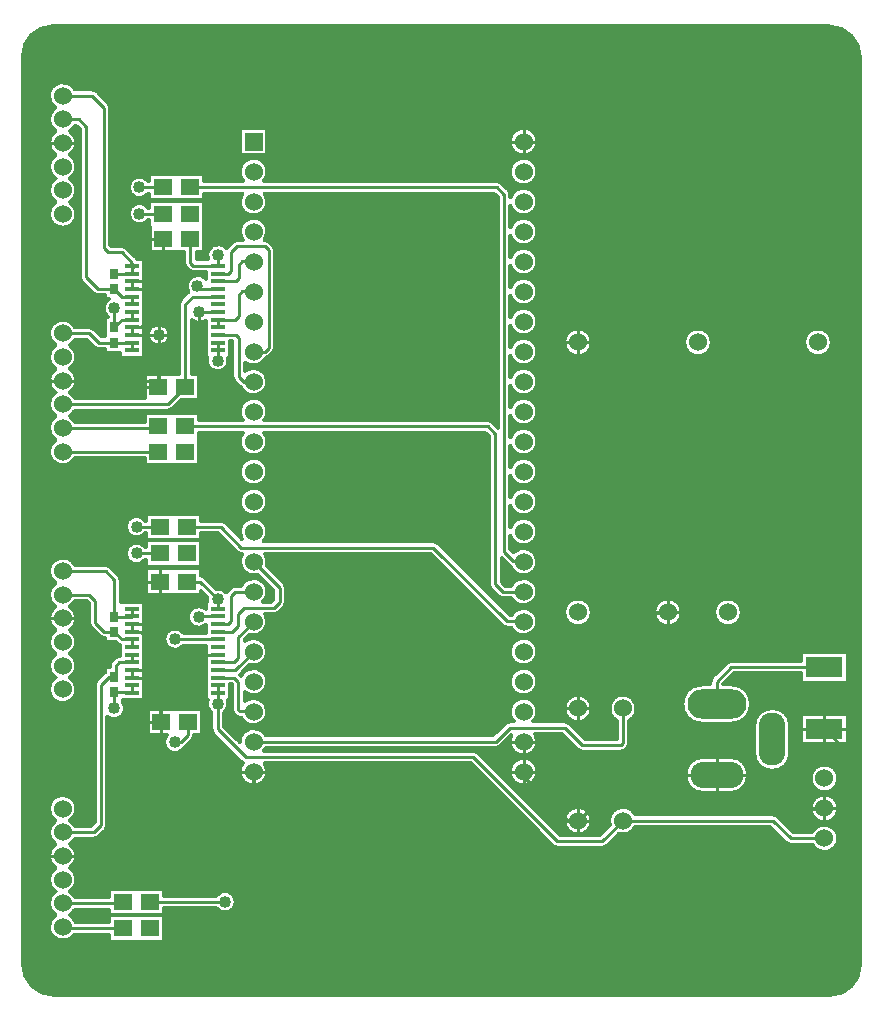
<source format=gbr>
G04 DesignSpark PCB Gerber Version 10.0 Build 5299*
G04 #@! TF.Part,Single*
G04 #@! TF.FileFunction,Copper,L1,Top*
G04 #@! TF.FilePolarity,Positive*
%FSLAX35Y35*%
%MOIN*%
G04 #@! TA.AperFunction,ComponentPad*
%ADD76O,0.08858X0.17717*%
G04 #@! TA.AperFunction,SMDPad,CuDef*
%ADD77R,0.02800X0.03500*%
G04 #@! TA.AperFunction,ComponentPad*
%ADD73R,0.06024X0.06024*%
G04 #@! TD.AperFunction*
%ADD10C,0.01000*%
%ADD27C,0.01200*%
G04 #@! TA.AperFunction,ViaPad*
%ADD28C,0.04000*%
G04 #@! TA.AperFunction,ComponentPad*
%ADD14C,0.06000*%
%ADD72C,0.06024*%
%ADD75O,0.17717X0.08858*%
%ADD74O,0.19685X0.09843*%
G04 #@! TA.AperFunction,SMDPad,CuDef*
%ADD29R,0.04921X0.01575*%
%ADD78R,0.06000X0.05500*%
%ADD79R,0.12402X0.07008*%
G04 #@! TD.AperFunction*
X0Y0D02*
D02*
D10*
X32096Y157982D02*
X37509D01*
X32096D02*
X30620Y159458D01*
Y234754D01*
X33080Y237214D01*
X37509D01*
X35009Y78750D02*
X32909D01*
X35009Y157982D02*
X32909D01*
X35009Y237214D02*
X32909D01*
X35009Y316446D02*
X32909D01*
X37509Y63002D02*
X57124D01*
X57616Y63494D01*
X37509Y78750D02*
X84261D01*
X100994Y95482D01*
Y106761D01*
X101131Y106899D01*
X37509Y78750D02*
X32588D01*
X30620Y80718D01*
Y156506D01*
X32096Y157982D01*
X37509Y165856D02*
X46368D01*
X48336Y163887D01*
Y156506D01*
X51289Y153553D01*
X54644D01*
X54734Y153463D01*
X37509Y221466D02*
X68935D01*
X69427Y221958D01*
X37509Y229340D02*
X72521D01*
X78427Y235246D01*
X37509Y237214D02*
X67458D01*
X69427Y235246D01*
X37509Y316446D02*
X33572D01*
X30620Y313494D01*
Y240167D01*
X33572Y237214D01*
X37509D01*
Y324320D02*
X42923D01*
X45383Y321860D01*
Y271663D01*
X49320Y267726D01*
X54528D01*
X54635Y267833D01*
X37509Y332194D02*
X47352D01*
X51289Y328257D01*
Y284950D01*
X40009Y78750D02*
X42109D01*
X40009Y157982D02*
X42109D01*
X40009Y237214D02*
X42109D01*
X40009Y316446D02*
X42109D01*
X54586Y249871D02*
X49459D01*
X46368Y252962D01*
X37509D01*
X54586Y249871D02*
X60619D01*
X60639Y249891D01*
X54586Y254971D02*
Y261181D01*
X54734Y261328D01*
X54635Y272933D02*
X60629D01*
X60639Y272923D01*
X54734Y133286D02*
Y127962D01*
Y133286D02*
X60433D01*
X60639Y133080D01*
X54734Y138386D02*
X52855D01*
X50305Y135836D01*
Y89084D01*
X47844Y86624D01*
X37509D01*
X54734Y158563D02*
Y170777D01*
X51781Y173730D01*
X37509D01*
X54734Y158563D02*
X60532D01*
X60639Y158671D01*
X57616Y54635D02*
X38002D01*
X37509Y55128D01*
X60639Y135639D02*
Y133080D01*
Y138198D02*
X68120D01*
X69990Y136328D01*
Y123954D01*
X70411Y123533D01*
X60639Y138198D02*
Y140757D01*
X79832D01*
X84754Y145679D01*
X88986D01*
X89183Y145876D01*
X60639Y143317D02*
X56309D01*
X55226Y142234D01*
Y138878D01*
X54734Y138386D01*
X60639Y145876D02*
Y143317D01*
Y148435D02*
Y150994D01*
X57204D01*
X54734Y153463D01*
X60639Y153553D02*
X63592D01*
X65069Y152076D01*
Y141742D01*
X64084Y140757D01*
X60639D01*
Y156112D02*
X67628D01*
X69990Y158474D01*
Y169864D01*
X69919Y169935D01*
Y170285D01*
X60639Y156112D02*
Y153553D01*
Y158671D02*
Y161230D01*
Y249891D02*
Y247332D01*
Y252450D02*
X69478D01*
X69498Y252470D01*
X60639Y255009D02*
Y252450D01*
Y257569D02*
X57184D01*
X54586Y254971D01*
X60639Y260128D02*
Y257569D01*
Y265246D02*
X57223D01*
X54635Y267833D01*
X60639Y265246D02*
Y262687D01*
Y267805D02*
Y270364D01*
Y267805D02*
X64133D01*
X64934Y267004D01*
Y256382D01*
X63685Y255133D01*
X60763D01*
X60639Y255009D01*
Y275482D02*
Y276584D01*
X57194Y280029D01*
X52765D01*
X51289Y281506D01*
Y284950D01*
X60639Y275482D02*
Y272923D01*
X61131Y275108D02*
Y275482D01*
X60639D01*
X62600Y138198D02*
X64698D01*
X62600Y140757D02*
X64698D01*
X62600Y153553D02*
X64698D01*
X62600Y156112D02*
X64698D01*
X62600Y252450D02*
X64698D01*
X62600Y255009D02*
X64698D01*
X62600Y267805D02*
X64698D01*
X62600Y270364D02*
X64698D01*
X63100Y292824D02*
X70903D01*
X63100Y301683D02*
X70903D01*
X66616Y63494D02*
X91643D01*
X66927Y235246D02*
X64828D01*
X67419Y170285D02*
X65320D01*
X67911Y123533D02*
X65813D01*
X67998Y252470D02*
X65898D01*
X68584Y284458D02*
X66486D01*
X69427Y213592D02*
X37509D01*
X69427Y237496D02*
Y239596D01*
Y251907D02*
Y252399D01*
X69498Y252470D01*
Y250970D02*
Y248870D01*
Y252470D02*
Y235317D01*
X69427Y235246D01*
X69498Y253970D02*
Y256070D01*
X69919Y168035D02*
Y165935D01*
Y170285D02*
Y168950D01*
X69990Y168880D01*
X69919Y172535D02*
Y174635D01*
Y179635D02*
X62116D01*
X69919Y188494D02*
X62116D01*
X69970Y252450D02*
X69517D01*
X69498Y252470D01*
X70411Y121283D02*
Y119183D01*
Y123533D02*
Y113269D01*
X73435Y110246D01*
X91151D01*
X94596Y106801D01*
X101033D01*
X101131Y106899D01*
X70411Y125783D02*
Y127883D01*
X70998Y252470D02*
X73098D01*
X71084Y282208D02*
Y280108D01*
Y284458D02*
Y271337D01*
X70172Y270425D01*
X60907D01*
X60846Y270364D01*
X60639D01*
X74911Y116643D02*
X76880D01*
X79340Y119104D01*
Y123462D01*
X79411Y123533D01*
X78427Y221958D02*
X179242D01*
X181702Y219498D01*
Y169301D01*
X184163Y166840D01*
X191072D01*
X191131Y166899D01*
X78427Y235246D02*
Y262817D01*
X80855Y265246D01*
X89183D01*
X78919Y170285D02*
X83277D01*
X89183Y164380D01*
X78919Y188494D02*
X90167D01*
X97057Y181604D01*
X161033D01*
X185639Y156998D01*
X191033D01*
X191131Y156899D01*
X79340Y123462D02*
X79411Y123533D01*
X79903Y301683D02*
X182194D01*
X184655Y299222D01*
Y180128D01*
X187608Y177175D01*
X190856D01*
X191131Y176899D01*
X82982Y258549D02*
Y256449D01*
X87222Y145876D02*
X85124D01*
X88933Y275751D02*
Y275731D01*
X89183Y275482D01*
X89027Y267629D02*
Y267649D01*
X89183Y267805D01*
Y129439D02*
Y133080D01*
Y135639D02*
Y133080D01*
Y138198D02*
X94694D01*
X96072Y136820D01*
Y127470D01*
X96565Y126978D01*
X100718D01*
X100797Y126899D01*
X101131D01*
X89183Y140757D02*
X95088D01*
X96072Y141742D01*
Y141840D01*
X101131Y146899D01*
X89183Y143317D02*
X94694D01*
X96072Y144694D01*
Y151840D01*
X101131Y156899D01*
X89183Y150994D02*
X75009D01*
X74911Y151092D01*
X89183Y153553D02*
X94104D01*
X96072Y155521D01*
Y159458D01*
X98041Y161427D01*
X107883D01*
X109852Y163395D01*
Y168179D01*
X101131Y176899D01*
X89183Y158671D02*
X82982D01*
X82785Y158474D01*
X89183Y164380D02*
Y161230D01*
Y247332D02*
Y243886D01*
Y249891D02*
Y247332D01*
Y252450D02*
X95115D01*
X96174Y251391D01*
Y238579D01*
X97854Y236899D01*
X101131D01*
X89183Y257569D02*
Y255009D01*
Y257569D02*
X94861D01*
X96174Y258881D01*
Y265754D01*
X97424Y267004D01*
X101027D01*
X101131Y266899D01*
X89183Y260128D02*
X83061D01*
X82982Y260049D01*
X89183Y267805D02*
X83502D01*
X82429Y268878D01*
X89183Y270364D02*
X95161D01*
X96174Y271378D01*
Y275751D01*
X97424Y277001D01*
X100608D01*
X100710Y276899D01*
X101131D01*
X89183Y272923D02*
X92721D01*
X93675Y273877D01*
Y280125D01*
X95550Y281999D01*
X104922D01*
X106171Y280750D01*
Y248260D01*
X104811Y246899D01*
X101131D01*
X89183Y275482D02*
X89139Y275526D01*
X81058D01*
X80056Y276528D01*
X80084Y276557D01*
Y284458D01*
X89302Y279143D02*
Y275601D01*
X89183Y275482D01*
X98620Y106899D02*
X96520D01*
X99840Y117206D02*
X100147Y116899D01*
X101131D01*
X100246Y106801D02*
X100344Y106899D01*
X101131D01*
Y104387D02*
Y102287D01*
Y116899D02*
X181958D01*
X186624Y121565D01*
X204832D01*
X210738Y115659D01*
X223533D01*
X224261Y116387D01*
Y127962D01*
X101131Y116899D02*
Y117135D01*
Y166899D02*
Y166840D01*
X95088D01*
X93612Y165364D01*
Y156998D01*
X92628Y156013D01*
X89281D01*
X89183Y156112D01*
X103643Y106899D02*
X105743D01*
X188620D02*
X186520D01*
X188620Y116899D02*
X186520D01*
X188620Y316899D02*
X186520D01*
X191131Y104387D02*
Y102287D01*
Y106899D02*
Y105246D01*
X205817Y90561D01*
X209261D01*
X191131Y109411D02*
Y111511D01*
Y114387D02*
Y112287D01*
Y314387D02*
Y312287D01*
Y316899D02*
X203887D01*
X209261Y311525D01*
Y250009D01*
X191131Y319411D02*
Y321511D01*
X191624Y316407D02*
X191131Y316899D01*
X193643Y106899D02*
X195743D01*
X193643Y116899D02*
X195743D01*
X193643Y316899D02*
X195743D01*
X206761Y90561D02*
X204661D01*
X206761Y127962D02*
X204661D01*
X206761Y250009D02*
X204661D01*
X209261Y88061D02*
Y85961D01*
Y90561D02*
X224517Y105817D01*
X255521D01*
X209261Y93061D02*
Y95161D01*
Y125462D02*
Y123362D01*
Y127962D02*
Y139281D01*
X229931Y159950D01*
X239202D01*
X239261Y160009D01*
X209261Y130462D02*
Y132562D01*
Y247509D02*
Y245409D01*
Y250009D02*
X232883D01*
X239281Y243612D01*
Y162943D01*
X239261Y162923D01*
Y160009D01*
X209261Y252509D02*
Y254609D01*
X211761Y90561D02*
X213861D01*
X211761Y127962D02*
X213861D01*
X211761Y250009D02*
X213861D01*
X224261Y90561D02*
X217372Y83671D01*
X202372D01*
X174320Y111722D01*
X98533D01*
X89183Y121072D01*
Y129439D01*
X224261Y90561D02*
X274222D01*
X280128Y84655D01*
X291446D01*
X236761Y160009D02*
X234661D01*
X239261Y157509D02*
Y155409D01*
Y162509D02*
Y164609D01*
X241761Y160009D02*
X243861D01*
X247163Y105817D02*
X245065D01*
X255521Y101887D02*
Y99789D01*
Y105817D02*
X271761D01*
X283080Y94498D01*
X291112D01*
X291269Y94655D01*
X291446D01*
X255521Y109746D02*
Y111844D01*
Y129439D02*
Y136820D01*
X260443Y141742D01*
X290423D01*
X290462Y141702D01*
X291446D01*
X263880Y105817D02*
X265978D01*
X285746Y121112D02*
X283647D01*
X288946Y94655D02*
X286846D01*
X291446Y92155D02*
Y90055D01*
Y94655D02*
X295541D01*
X296860Y95974D01*
Y115698D01*
X291446Y121112D01*
Y97155D02*
Y99255D01*
Y118108D02*
Y116009D01*
Y124116D02*
Y126214D01*
X293946Y94655D02*
X296046D01*
X297147Y121112D02*
X299246D01*
D02*
D14*
X37509Y55128D03*
Y63002D03*
Y70876D03*
Y78750D03*
Y86624D03*
Y94498D03*
Y134360D03*
Y142234D03*
Y150108D03*
Y157982D03*
Y165856D03*
Y173730D03*
Y213592D03*
Y221466D03*
Y229340D03*
Y237214D03*
Y245088D03*
Y252962D03*
Y292824D03*
Y300698D03*
Y308572D03*
Y316446D03*
Y324320D03*
Y332194D03*
X209261Y90561D03*
Y127962D03*
Y160009D03*
Y250009D03*
X224261Y90561D03*
Y127962D03*
X239261Y160009D03*
X249261Y250009D03*
X259261Y160009D03*
X289261Y250009D03*
X291446Y84655D03*
Y94655D03*
Y104655D03*
D02*
D27*
X303257Y42332D02*
Y344990D01*
G75*
G03*
X292923Y355324I-10335J0D01*
G01*
X34065D01*
G75*
G03*
X24222Y345482I0J-9843D01*
G01*
Y42824D01*
G75*
G03*
X34557Y32490I10335J0D01*
G01*
X293415D01*
G75*
G03*
X303257Y42332I0J9843D01*
G01*
X186755Y298354D02*
G75*
G02*
X195743Y296899I4376J-1455D01*
G01*
G75*
G02*
X186755Y295444I-4612J0D01*
G01*
Y288354D01*
G75*
G02*
X195743Y286899I4376J-1455D01*
G01*
G75*
G02*
X186755Y285444I-4612J0D01*
G01*
Y278354D01*
G75*
G02*
X195743Y276899I4376J-1455D01*
G01*
G75*
G02*
X186755Y275444I-4612J0D01*
G01*
Y268354D01*
G75*
G02*
X195743Y266899I4376J-1455D01*
G01*
G75*
G02*
X186755Y265444I-4612J0D01*
G01*
Y258354D01*
G75*
G02*
X195743Y256899I4376J-1455D01*
G01*
G75*
G02*
X186755Y255444I-4612J0D01*
G01*
Y248354D01*
G75*
G02*
X195743Y246899I4376J-1455D01*
G01*
G75*
G02*
X186755Y245444I-4612J0D01*
G01*
Y238354D01*
G75*
G02*
X195743Y236899I4376J-1455D01*
G01*
G75*
G02*
X186755Y235444I-4612J0D01*
G01*
Y228354D01*
G75*
G02*
X195743Y226899I4376J-1455D01*
G01*
G75*
G02*
X186755Y225444I-4612J0D01*
G01*
Y218354D01*
G75*
G02*
X195743Y216899I4376J-1455D01*
G01*
G75*
G02*
X186755Y215444I-4612J0D01*
G01*
Y208354D01*
G75*
G02*
X195743Y206899I4376J-1455D01*
G01*
G75*
G02*
X186755Y205444I-4612J0D01*
G01*
Y198354D01*
G75*
G02*
X195743Y196899I4376J-1455D01*
G01*
G75*
G02*
X186755Y195444I-4612J0D01*
G01*
Y188354D01*
G75*
G02*
X195743Y186899I4376J-1455D01*
G01*
G75*
G02*
X186755Y185444I-4612J0D01*
G01*
Y180997D01*
X187734Y180018D01*
G75*
G02*
X195743Y176899I3397J-3119D01*
G01*
G75*
G02*
X186835Y175222I-4612J0D01*
G01*
G75*
G02*
X186123Y175690I772J1953D01*
G01*
X183802Y178011D01*
Y170170D01*
X185033Y168940D01*
X186996D01*
G75*
G02*
X195743Y166899I4135J-2041D01*
G01*
G75*
G02*
X187056Y164740I-4612J0D01*
G01*
X184165D01*
G75*
G02*
X182678Y165355I-3J2100D01*
G01*
X180217Y167816D01*
G75*
G02*
X179602Y169301I1485J1485D01*
G01*
Y218628D01*
X178372Y219858D01*
X104669D01*
G75*
G02*
X105743Y216899I-3537J-2959D01*
G01*
G75*
G02*
X96520I-4612J0D01*
G01*
G75*
G02*
X97594Y219858I4612J0D01*
G01*
X83025D01*
Y209242D01*
X64828D01*
Y211492D01*
X41602D01*
G75*
G02*
X32909Y213592I-4093J2100D01*
G01*
G75*
G02*
X35130Y217529I4600J0D01*
G01*
G75*
G02*
Y225403I2379J3937D01*
G01*
G75*
G02*
Y233277I2379J3937D01*
G01*
G75*
G02*
Y241151I2379J3937D01*
G01*
G75*
G02*
Y249025I2379J3937D01*
G01*
G75*
G02*
X32909Y252962I2379J3937D01*
G01*
G75*
G02*
X41602Y255062I4600J0D01*
G01*
X46365D01*
G75*
G02*
X47853Y254447I3J-2100D01*
G01*
X50329Y251971D01*
X51586D01*
Y258320D01*
X52486D01*
Y258516D01*
G75*
G02*
X52997Y264482I2248J2812D01*
G01*
X51635D01*
Y265626D01*
X49323D01*
G75*
G02*
X47835Y266241I-3J2100D01*
G01*
X43898Y270178D01*
G75*
G02*
X43283Y271663I1485J1485D01*
G01*
Y320990D01*
X42053Y322220D01*
X41602D01*
G75*
G02*
X39889Y320383I-4093J2100D01*
G01*
G75*
G02*
Y312509I-2379J-3937D01*
G01*
G75*
G02*
Y304635I-2379J-3937D01*
G01*
G75*
G02*
Y296761I-2379J-3937D01*
G01*
G75*
G02*
X42109Y292824I-2379J-3937D01*
G01*
G75*
G02*
X32909I-4600J0D01*
G01*
G75*
G02*
X35130Y296761I4600J0D01*
G01*
G75*
G02*
Y304635I2379J3937D01*
G01*
G75*
G02*
Y312509I2379J3937D01*
G01*
G75*
G02*
Y320383I2379J3937D01*
G01*
G75*
G02*
Y328257I2379J3937D01*
G01*
G75*
G02*
X32909Y332194I2379J3937D01*
G01*
G75*
G02*
X41602Y334294I4600J0D01*
G01*
X47350D01*
G75*
G02*
X48837Y333680I3J-2100D01*
G01*
X52774Y329743D01*
G75*
G02*
X53389Y328257I-1485J-1485D01*
G01*
Y282375D01*
X53635Y282129D01*
X57192D01*
G75*
G02*
X58680Y281514I3J-2100D01*
G01*
X62124Y278069D01*
G75*
G02*
X62302Y277868I-1486J-1485D01*
G01*
X64698D01*
Y244946D01*
X56580D01*
Y246521D01*
X51586D01*
Y247771D01*
X49461D01*
G75*
G02*
X47974Y248386I-3J2100D01*
G01*
X45498Y250862D01*
X41602D01*
G75*
G02*
X39889Y249025I-4093J2100D01*
G01*
G75*
G02*
Y241151I-2379J-3937D01*
G01*
G75*
G02*
Y233277I-2379J-3937D01*
G01*
G75*
G02*
X41602Y231440I-2379J-3937D01*
G01*
X64828D01*
Y239596D01*
X76327D01*
Y262817D01*
G75*
G02*
X76942Y264302I2100J0D01*
G01*
X79370Y266731D01*
G75*
G02*
X79472Y266826I1487J-1490D01*
G01*
G75*
G02*
X85124Y271265I2957J2053D01*
G01*
Y273426D01*
X81061D01*
G75*
G02*
X79573Y274041I-3J2100D01*
G01*
X78583Y275031D01*
G75*
G02*
X77956Y276528I1473J1496D01*
G01*
G75*
G02*
X77984Y276873I2102J0D01*
G01*
Y280108D01*
X66486D01*
Y288474D01*
X66305D01*
Y290724D01*
X66024D01*
G75*
G02*
X59500Y292824I-2924J2100D01*
G01*
G75*
G02*
X66024Y294924I3600J0D01*
G01*
X66305D01*
Y297175D01*
X84502D01*
Y288809D01*
X84683D01*
Y280108D01*
X82184D01*
Y277626D01*
X85124D01*
Y277868D01*
X85935D01*
G75*
G02*
X92056Y281462I3367J1276D01*
G01*
G75*
G02*
X92190Y281610I1620J-1338D01*
G01*
X94065Y283484D01*
G75*
G02*
X95552Y284099I1485J-1485D01*
G01*
X97467D01*
G75*
G02*
X96520Y286899I3665J2800D01*
G01*
G75*
G02*
X105743I4612J0D01*
G01*
G75*
G02*
X104796Y284099I-4612J0D01*
G01*
X104919D01*
G75*
G02*
X106407Y283484I3J-2100D01*
G01*
X107656Y282235D01*
G75*
G02*
X108271Y280750I-1485J-1485D01*
G01*
Y248260D01*
G75*
G02*
X107656Y246775I-2100J0D01*
G01*
X106296Y245414D01*
G75*
G02*
X105262Y244848I-1485J1485D01*
G01*
G75*
G02*
X98274Y243279I-4131J2051D01*
G01*
Y240519D01*
G75*
G02*
X105743Y236899I2857J-3620D01*
G01*
G75*
G02*
X96921Y235018I-4612J0D01*
G01*
G75*
G02*
X96366Y235417I934J1881D01*
G01*
X94693Y237091D01*
G75*
G02*
X94074Y238579I1482J1488D01*
G01*
Y250350D01*
X93242D01*
Y244946D01*
X92623D01*
G75*
G02*
X92783Y243886I-3440J-1061D01*
G01*
G75*
G02*
X85583I-3600J0D01*
G01*
G75*
G02*
X85743Y244946I3600J-1D01*
G01*
X85124D01*
Y257155D01*
G75*
G02*
X80527Y257416I-2142J2894D01*
G01*
Y239596D01*
X83025D01*
Y230895D01*
X77046D01*
X74006Y227855D01*
G75*
G02*
X72519Y227240I-1485J1485D01*
G01*
X41602D01*
G75*
G02*
X39889Y225403I-4093J2100D01*
G01*
G75*
G02*
X41602Y223566I-2379J-3937D01*
G01*
X64828D01*
Y226309D01*
X83025D01*
Y224058D01*
X97498D01*
G75*
G02*
X96520Y226899I3633J2841D01*
G01*
G75*
G02*
X105743I4612J0D01*
G01*
G75*
G02*
X104765Y224058I-4612J0D01*
G01*
X179239D01*
G75*
G02*
X180727Y223443I3J-2100D01*
G01*
X182555Y221615D01*
Y298352D01*
X181325Y299583D01*
X104882D01*
G75*
G02*
X105743Y296899I-3751J-2683D01*
G01*
G75*
G02*
X96520I-4612J0D01*
G01*
G75*
G02*
X97381Y299583I4612J0D01*
G01*
X84502D01*
Y297332D01*
X66305D01*
Y299583D01*
X66024D01*
G75*
G02*
X59500Y301683I-2924J2100D01*
G01*
G75*
G02*
X66024Y303783I3600J0D01*
G01*
X66305D01*
Y306033D01*
X84502D01*
Y303783D01*
X97732D01*
G75*
G02*
X96520Y306899I3400J3116D01*
G01*
G75*
G02*
X105743I4612J0D01*
G01*
G75*
G02*
X104531Y303783I-4612J0D01*
G01*
X182192D01*
G75*
G02*
X183680Y303168I3J-2100D01*
G01*
X186140Y300707D01*
G75*
G02*
X186755Y299222I-1485J-1485D01*
G01*
Y298354D01*
X287354Y86755D02*
G75*
G02*
X296046Y84655I4093J-2100D01*
G01*
G75*
G02*
X287354Y82555I-4600J0D01*
G01*
X280130D01*
G75*
G02*
X278643Y83170I-3J2100D01*
G01*
X273352Y88461D01*
X228354D01*
G75*
G02*
X222852Y86182I-4093J2100D01*
G01*
X218857Y82186D01*
G75*
G02*
X217369Y81571I-1485J1485D01*
G01*
X202374D01*
G75*
G02*
X200887Y82186I-3J2100D01*
G01*
X173451Y109622D01*
X104854D01*
G75*
G02*
X105743Y106899I-3722J-2723D01*
G01*
G75*
G02*
X96520I-4612J0D01*
G01*
G75*
G02*
X97585Y109848I4612J0D01*
G01*
G75*
G02*
X97048Y110237I947J1874D01*
G01*
X87698Y119587D01*
G75*
G02*
X87083Y121072I1485J1485D01*
G01*
Y126515D01*
G75*
G02*
X85809Y130694I2100J2924D01*
G01*
X85124D01*
Y148894D01*
X77762D01*
G75*
G02*
X71311Y151092I-2851J2198D01*
G01*
G75*
G02*
X77903Y153094I3600J0D01*
G01*
X85124D01*
Y155737D01*
G75*
G02*
X79185Y158474I-2339J2737D01*
G01*
G75*
G02*
X85124Y161211I3600J0D01*
G01*
Y163616D01*
X85665D01*
G75*
G02*
X85630Y164962I3518J763D01*
G01*
X83517Y167075D01*
Y165935D01*
X65320D01*
Y174635D01*
X83517D01*
Y172371D01*
G75*
G02*
X84762Y171770I-240J-2086D01*
G01*
X88600Y167932D01*
G75*
G02*
X91964Y166665I583J-3552D01*
G01*
G75*
G02*
X92127Y166849I1649J-1301D01*
G01*
X93603Y168325D01*
G75*
G02*
X95091Y168940I1485J-1485D01*
G01*
X96996D01*
G75*
G02*
X105743Y166899I4135J-2041D01*
G01*
G75*
G02*
X104277Y163527I-4612J0D01*
G01*
X107014D01*
X107752Y164265D01*
Y167309D01*
X102550Y172511D01*
G75*
G02*
X97326Y179504I-1419J4388D01*
G01*
X97059D01*
G75*
G02*
X95572Y180119I-3J2100D01*
G01*
X89297Y186394D01*
X83517D01*
Y184143D01*
X65320D01*
Y186394D01*
X65040D01*
G75*
G02*
X58516Y188494I-2924J2100D01*
G01*
G75*
G02*
X65040Y190594I3600J0D01*
G01*
X65320D01*
Y192844D01*
X83517D01*
Y190594D01*
X90165D01*
G75*
G02*
X91652Y189979I3J-2100D01*
G01*
X97304Y184326D01*
G75*
G02*
X96520Y186899I3828J2573D01*
G01*
G75*
G02*
X105743I4612J0D01*
G01*
G75*
G02*
X104457Y183704I-4612J0D01*
G01*
X161031D01*
G75*
G02*
X162518Y183089I3J-2100D01*
G01*
X186509Y159098D01*
X187078D01*
G75*
G02*
X195743Y156899I4054J-2198D01*
G01*
G75*
G02*
X186977Y154898I-4612J0D01*
G01*
X185642D01*
G75*
G02*
X184154Y155513I-3J2100D01*
G01*
X160163Y179504D01*
X104937D01*
G75*
G02*
X105520Y175481I-3806J-2605D01*
G01*
X111337Y169664D01*
G75*
G02*
X111952Y168179I-1485J-1485D01*
G01*
Y163395D01*
G75*
G02*
X111337Y161910I-2100J0D01*
G01*
X109369Y159942D01*
G75*
G02*
X107881Y159327I-1485J1485D01*
G01*
X105053D01*
G75*
G02*
X99713Y152511I-3921J-2428D01*
G01*
X98172Y150970D01*
Y150437D01*
G75*
G02*
X105743Y146899I2959J-3537D01*
G01*
G75*
G02*
X99713Y142511I-4612J0D01*
G01*
X97887Y140685D01*
G75*
G02*
X97557Y140257I-1815J1057D01*
G01*
X96581Y139281D01*
X96972Y138891D01*
G75*
G02*
X105743Y136899I4159J-1992D01*
G01*
G75*
G02*
X98172Y133362I-4612J0D01*
G01*
Y130437D01*
G75*
G02*
X105743Y126899I2959J-3537D01*
G01*
G75*
G02*
X96986Y124878I-4612J0D01*
G01*
X96565D01*
G75*
G02*
X95077Y125496I0J2100D01*
G01*
X94591Y125982D01*
G75*
G02*
X93972Y127470I1482J1488D01*
G01*
Y135951D01*
X93825Y136098D01*
X93242D01*
Y130694D01*
X92557D01*
G75*
G02*
X91283Y126515I-3374J-1256D01*
G01*
Y121942D01*
X96524Y116701D01*
G75*
G02*
X96520Y116899I4604J200D01*
G01*
G75*
G02*
X105237Y118999I4612J0D01*
G01*
X181089D01*
X185139Y123050D01*
G75*
G02*
X186626Y123665I1485J-1485D01*
G01*
X187844D01*
G75*
G02*
X186520Y126899I3287J3234D01*
G01*
G75*
G02*
X195743I4612J0D01*
G01*
G75*
G02*
X194419Y123665I-4612J0D01*
G01*
X204830D01*
G75*
G02*
X206317Y123050I3J-2100D01*
G01*
X211607Y117759D01*
X222161D01*
Y123870D01*
G75*
G02*
X224261Y132562I2100J4093D01*
G01*
G75*
G02*
X226361Y123870I0J-4600D01*
G01*
Y116387D01*
G75*
G02*
X225743Y114900I-2100J0D01*
G01*
X225021Y114177D01*
G75*
G02*
X223533Y113559I-1488J1482D01*
G01*
X210740D01*
G75*
G02*
X209253Y114174I-3J2100D01*
G01*
X203963Y119465D01*
X194964D01*
G75*
G02*
X195743Y116899I-3832J-2566D01*
G01*
G75*
G02*
X186520I-4612J0D01*
G01*
G75*
G02*
X187023Y118994I4612J0D01*
G01*
X183443Y115414D01*
G75*
G02*
X181956Y114799I-1485J1485D01*
G01*
X105237D01*
G75*
G02*
X104567Y113822I-4106J2100D01*
G01*
X174318D01*
G75*
G02*
X175806Y113207I3J-2100D01*
G01*
X203241Y85771D01*
X216502D01*
X219883Y89152D01*
G75*
G02*
X228354Y92661I4379J1409D01*
G01*
X274220D01*
G75*
G02*
X275707Y92046I3J-2100D01*
G01*
X280997Y86755D01*
X287354D01*
X186520Y136899D02*
G75*
G02*
X195743I4612J0D01*
G01*
G75*
G02*
X186520I-4612J0D01*
G01*
Y146899D02*
G75*
G02*
X195743I4612J0D01*
G01*
G75*
G02*
X186520I-4612J0D01*
G01*
X209261Y95161D02*
G75*
G02*
X213861Y90561I0J-4600D01*
G01*
G75*
G02*
X209261Y85961I-4600J0D01*
G01*
G75*
G02*
X204661Y90561I0J4600D01*
G01*
G75*
G02*
X209261Y95161I4600J0D01*
G01*
X186520Y106899D02*
G75*
G02*
X195743I4612J0D01*
G01*
G75*
G02*
X186520I-4612J0D01*
G01*
X65813Y127883D02*
X84009D01*
Y119183D01*
X81440D01*
Y119104D01*
G75*
G02*
X80825Y117619I-2100J0D01*
G01*
X78365Y115158D01*
G75*
G02*
X78067Y114911I-1483J1486D01*
G01*
G75*
G02*
X71311Y116643I-3156J1732D01*
G01*
G75*
G02*
X72359Y119183I3600J0D01*
G01*
X65813D01*
Y127883D01*
X96520Y196899D02*
G75*
G02*
X105743I4612J0D01*
G01*
G75*
G02*
X96520I-4612J0D01*
G01*
Y206899D02*
G75*
G02*
X105743I4612J0D01*
G01*
G75*
G02*
X96520I-4612J0D01*
G01*
X65320Y183986D02*
X83517D01*
Y175285D01*
X65320D01*
Y177535D01*
X65040D01*
G75*
G02*
X58516Y179635I-2924J2100D01*
G01*
G75*
G02*
X65040Y181735I3600J0D01*
G01*
X65320D01*
Y183986D01*
X65898Y252470D02*
G75*
G02*
X73098I3600J0D01*
G01*
G75*
G02*
X65898I-3600J0D01*
G01*
X96521Y321509D02*
X105742D01*
Y312289D01*
X96521D01*
Y321509D01*
X186520Y306899D02*
G75*
G02*
X195743I4612J0D01*
G01*
G75*
G02*
X186520I-4612J0D01*
G01*
Y316899D02*
G75*
G02*
X195743I4612J0D01*
G01*
G75*
G02*
X186520I-4612J0D01*
G01*
X209261Y132562D02*
G75*
G02*
X213861Y127962I0J-4600D01*
G01*
G75*
G02*
X209261Y123362I-4600J0D01*
G01*
G75*
G02*
X204661Y127962I0J4600D01*
G01*
G75*
G02*
X209261Y132562I4600J0D01*
G01*
X204661Y160009D02*
G75*
G02*
X213861I4600J0D01*
G01*
G75*
G02*
X204661I-4600J0D01*
G01*
Y250009D02*
G75*
G02*
X213861I4600J0D01*
G01*
G75*
G02*
X204661I-4600J0D01*
G01*
X234661Y160009D02*
G75*
G02*
X243861I4600J0D01*
G01*
G75*
G02*
X234661I-4600J0D01*
G01*
X283647Y146805D02*
X299246D01*
Y136600D01*
X283647D01*
Y139642D01*
X261312D01*
X257629Y135958D01*
X260443D01*
G75*
G02*
Y122919I0J-6520D01*
G01*
X250600D01*
G75*
G02*
Y135958I0J6520D01*
G01*
X253421D01*
Y136820D01*
G75*
G02*
X254036Y138306I2100J0D01*
G01*
X258957Y143227D01*
G75*
G02*
X260445Y143842I1485J-1485D01*
G01*
X283647D01*
Y146805D01*
X267998Y122057D02*
G75*
G02*
X280053I6028J0D01*
G01*
Y113198D01*
G75*
G02*
X267998I-6028J0D01*
G01*
Y122057D01*
X283647Y126214D02*
X299246D01*
Y116009D01*
X283647D01*
Y126214D01*
X286846Y94655D02*
G75*
G02*
X296046I4600J0D01*
G01*
G75*
G02*
X286846I-4600J0D01*
G01*
Y104655D02*
G75*
G02*
X296046I4600J0D01*
G01*
G75*
G02*
X286846I-4600J0D01*
G01*
X259950Y111844D02*
G75*
G02*
Y99789I0J-6028D01*
G01*
X251092D01*
G75*
G02*
Y111844I0J6028D01*
G01*
X259950D01*
X244661Y250009D02*
G75*
G02*
X253861I4600J0D01*
G01*
G75*
G02*
X244661I-4600J0D01*
G01*
X254661Y160009D02*
G75*
G02*
X263861I4600J0D01*
G01*
G75*
G02*
X254661I-4600J0D01*
G01*
X284661Y250009D02*
G75*
G02*
X293861I4600J0D01*
G01*
G75*
G02*
X284661I-4600J0D01*
G01*
X88719Y65594D02*
G75*
G02*
X95243Y63494I2924J-2100D01*
G01*
G75*
G02*
X88719Y61394I-3600J0D01*
G01*
X71214D01*
Y59143D01*
X53017D01*
Y60902D01*
X41602D01*
G75*
G02*
X39889Y59065I-4093J2100D01*
G01*
G75*
G02*
X41819Y56735I-2379J-3937D01*
G01*
X53017D01*
Y58986D01*
X71214D01*
Y50285D01*
X53017D01*
Y52535D01*
X41309D01*
G75*
G02*
X32909Y55128I-3800J2592D01*
G01*
G75*
G02*
X35130Y59065I4600J0D01*
G01*
G75*
G02*
Y66939I2379J3937D01*
G01*
G75*
G02*
Y74813I2379J3937D01*
G01*
G75*
G02*
Y82687I2379J3937D01*
G01*
G75*
G02*
Y90561I2379J3937D01*
G01*
G75*
G02*
X32909Y94498I2379J3937D01*
G01*
G75*
G02*
X42109I4600J0D01*
G01*
G75*
G02*
X39889Y90561I-4600J0D01*
G01*
G75*
G02*
X41602Y88724I-2379J-3937D01*
G01*
X46974D01*
X48205Y89954D01*
Y135836D01*
G75*
G02*
X48820Y137321I2100J0D01*
G01*
X51370Y139871D01*
G75*
G02*
X51734Y140162I1485J-1485D01*
G01*
Y141738D01*
X53126D01*
Y142234D01*
G75*
G02*
X53744Y143722I2100J0D01*
G01*
X54821Y144798D01*
G75*
G02*
X56309Y145417I1488J-1482D01*
G01*
X56580D01*
Y148988D01*
G75*
G02*
X55719Y149509I623J2006D01*
G01*
X55116Y150112D01*
X51734D01*
Y151453D01*
X51291D01*
G75*
G02*
X49804Y152068I-3J2100D01*
G01*
X46851Y155020D01*
G75*
G02*
X46236Y156506I1485J1485D01*
G01*
Y163018D01*
X45498Y163756D01*
X41602D01*
G75*
G02*
X39889Y161919I-4093J2100D01*
G01*
G75*
G02*
Y154045I-2379J-3937D01*
G01*
G75*
G02*
Y146171I-2379J-3937D01*
G01*
G75*
G02*
Y138297I-2379J-3937D01*
G01*
G75*
G02*
X42109Y134360I-2379J-3937D01*
G01*
G75*
G02*
X32909I-4600J0D01*
G01*
G75*
G02*
X35130Y138297I4600J0D01*
G01*
G75*
G02*
Y146171I2379J3937D01*
G01*
G75*
G02*
Y154045I2379J3937D01*
G01*
G75*
G02*
Y161919I2379J3937D01*
G01*
G75*
G02*
Y169793I2379J3937D01*
G01*
G75*
G02*
X32909Y173730I2379J3937D01*
G01*
G75*
G02*
X41602Y175830I4600J0D01*
G01*
X51779D01*
G75*
G02*
X53266Y175215I3J-2100D01*
G01*
X56219Y172262D01*
G75*
G02*
X56834Y170777I-1485J-1485D01*
G01*
Y163616D01*
X64698D01*
Y130694D01*
X57734D01*
Y129952D01*
G75*
G02*
X52405Y125217I-3000J-1990D01*
G01*
Y89084D01*
G75*
G02*
X51790Y87599I-2100J0D01*
G01*
X49329Y85139D01*
G75*
G02*
X47842Y84524I-1485J1485D01*
G01*
X41602D01*
G75*
G02*
X39889Y82687I-4093J2100D01*
G01*
G75*
G02*
Y74813I-2379J-3937D01*
G01*
G75*
G02*
Y66939I-2379J-3937D01*
G01*
G75*
G02*
X41602Y65102I-2379J-3937D01*
G01*
X53017D01*
Y67844D01*
X71214D01*
Y65594D01*
X88719D01*
X24822Y90561D02*
G36*
X24822Y90561D02*
Y39354D01*
G75*
G03*
X31087Y33090I9735J3470D01*
G01*
X296799D01*
G75*
G03*
X302657Y38948I-3384J9242D01*
G01*
Y90561D01*
X293543D01*
G75*
G02*
X289350I-2096J4094D01*
G01*
X277192D01*
X280997Y86755D01*
X287354D01*
G75*
G02*
X296046Y84655I4093J-2100D01*
G01*
G75*
G02*
X287354Y82555I-4600J0D01*
G01*
X280130D01*
G75*
G02*
X278643Y83170I-2J2101D01*
G01*
X273352Y88461D01*
X228354D01*
G75*
G02*
X222852Y86182I-4093J2100D01*
G01*
X218857Y82186D01*
G75*
G02*
X217369Y81571I-1485J1486D01*
G01*
X202374D01*
G75*
G02*
X200887Y82186I-2J2101D01*
G01*
X192512Y90561D01*
X52405D01*
Y89084D01*
G75*
G02*
X51790Y87599I-2102J0D01*
G01*
X49329Y85139D01*
G75*
G02*
X47842Y84524I-1485J1486D01*
G01*
X41602D01*
G75*
G02*
X39889Y82687I-4090J2097D01*
G01*
G75*
G02*
X42109Y78750I-2379J-3937D01*
G01*
G75*
G02*
X39889Y74813I-4600J0D01*
G01*
G75*
G02*
X42109Y70876I-2379J-3937D01*
G01*
G75*
G02*
X39889Y66939I-4600J0D01*
G01*
G75*
G02*
X41602Y65102I-2377J-3934D01*
G01*
X53017D01*
Y67844D01*
X71214D01*
Y65594D01*
X88719D01*
G75*
G02*
X95243Y63494I2924J-2100D01*
G01*
G75*
G02*
X88719Y61394I-3600J0D01*
G01*
X71214D01*
Y59143D01*
X53017D01*
Y60902D01*
X41602D01*
G75*
G02*
X39889Y59065I-4090J2097D01*
G01*
G75*
G02*
X41819Y56735I-2379J-3937D01*
G01*
X53017D01*
Y58986D01*
X71214D01*
Y50285D01*
X53017D01*
Y52535D01*
X41309D01*
G75*
G02*
X32909Y55128I-3800J2593D01*
G01*
G75*
G02*
X35130Y59065I4599J1D01*
G01*
G75*
G02*
X32909Y63002I2379J3937D01*
G01*
G75*
G02*
X35130Y66939I4600J0D01*
G01*
G75*
G02*
X32909Y70876I2379J3937D01*
G01*
G75*
G02*
X35130Y74813I4600J0D01*
G01*
G75*
G02*
X32909Y78750I2379J3937D01*
G01*
G75*
G02*
X35130Y82687I4600J0D01*
G01*
G75*
G02*
X32909Y86624I2379J3937D01*
G01*
G75*
G02*
X35130Y90561I4600J0D01*
G01*
X24822D01*
G37*
X39889D02*
G36*
X39889Y90561D02*
G75*
G02*
X41602Y88724I-2377J-3934D01*
G01*
X46974D01*
X48205Y89954D01*
Y90561D01*
X39889D01*
G37*
X198452D02*
G36*
X198452Y90561D02*
X203241Y85771D01*
X216502D01*
X219883Y89152D01*
G75*
G02*
X219661Y90561I4379J1409D01*
G01*
X213861D01*
Y90560D01*
G75*
G02*
X209261Y85961I-4600J0D01*
G01*
G75*
G02*
X204661Y90560I0J4600D01*
G01*
Y90561D01*
X198452D01*
G37*
X24822Y94655D02*
G36*
X24822Y94655D02*
Y90561D01*
X35130D01*
G75*
G02*
X32909Y94497I2378J3936D01*
G01*
G75*
G02*
Y94498I4101J0D01*
G01*
G75*
G02*
X32912Y94655I4602J-2D01*
G01*
X24822D01*
G37*
X42107D02*
G36*
X42107Y94655D02*
G75*
G02*
X42109Y94498I-4599J-159D01*
G01*
G75*
G02*
Y94497I-4101J0D01*
G01*
G75*
G02*
X39889Y90561I-4599J0D01*
G01*
X48205D01*
Y94655D01*
X42107D01*
G37*
X52405D02*
G36*
X52405Y94655D02*
Y90561D01*
X192512D01*
X188417Y94655D01*
X52405D01*
G37*
X194357D02*
G36*
X194357Y94655D02*
X198452Y90561D01*
X204661D01*
Y90561D01*
G75*
G02*
X207165Y94655I4600J0D01*
G01*
X194357D01*
G37*
X213861Y90561D02*
G36*
X213861Y90561D02*
Y90561D01*
X219661D01*
G75*
G02*
X222165Y94655I4600J0D01*
G01*
X211358D01*
G75*
G02*
X213861Y90561I-2096J-4094D01*
G01*
G37*
X226357Y94655D02*
G36*
X226357Y94655D02*
G75*
G02*
X228354Y92661I-2096J-4094D01*
G01*
X274220D01*
G75*
G02*
X275707Y92046I2J-2101D01*
G01*
X277192Y90561D01*
X289350D01*
G75*
G02*
X286846Y94655I2096J4094D01*
G01*
X226357D01*
G37*
X296046D02*
G36*
X296046Y94655D02*
G75*
G02*
X293543Y90561I-4600J0D01*
G01*
X302657D01*
Y94655D01*
X296046D01*
G37*
X24822Y106899D02*
G36*
X24822Y106899D02*
Y94655D01*
X32912D01*
G75*
G02*
X42107I4597J-157D01*
G01*
X48205D01*
Y106899D01*
X24822D01*
G37*
X52405D02*
G36*
X52405Y106899D02*
Y94655D01*
X188417D01*
X176174Y106899D01*
X105743D01*
G75*
G02*
X96520I-4612J0D01*
G01*
X52405D01*
G37*
X186520D02*
G36*
X186520Y106899D02*
X182113D01*
X194357Y94655D01*
X207165D01*
G75*
G02*
X209261Y95161I2096J-4094D01*
G01*
G75*
G02*
X211358Y94655I0J-4600D01*
G01*
X222165D01*
G75*
G02*
X226357I2096J-4095D01*
G01*
X286846D01*
G75*
G02*
X296046I4600J0D01*
G01*
X302657D01*
Y106899D01*
X295462D01*
G75*
G02*
X296046Y104655I-4015J-2244D01*
G01*
G75*
G02*
X286846I-4600J0D01*
G01*
G75*
G02*
X287431Y106899I4600J0D01*
G01*
X265880D01*
G75*
G02*
X265978Y105817I-5930J-1083D01*
G01*
G75*
G02*
X259950Y99789I-6028J0D01*
G01*
X251092D01*
G75*
G02*
X245065Y105817I0J6028D01*
G01*
G75*
G02*
X245163Y106899I6028J0D01*
G01*
X195743D01*
G75*
G02*
X186520I-4612J0D01*
G01*
G37*
X24822Y120463D02*
G36*
X24822Y120463D02*
Y106899D01*
X48205D01*
Y120463D01*
X24822D01*
G37*
X52405D02*
G36*
X52405Y120463D02*
Y106899D01*
X96520D01*
G75*
G02*
Y106900I5639J1D01*
G01*
G75*
G02*
X97585Y109848I4609J0D01*
G01*
G75*
G02*
X97048Y110237I948J1876D01*
G01*
X87698Y119587D01*
G75*
G02*
X87173Y120463I1486J1486D01*
G01*
X84009D01*
Y119183D01*
X81440D01*
Y119104D01*
G75*
G02*
X80825Y117619I-2102J0D01*
G01*
X78365Y115158D01*
G75*
G02*
X78067Y114911I-1499J1504D01*
G01*
G75*
G02*
X71311Y116643I-3156J1732D01*
G01*
G75*
G02*
X72359Y119183I3602J0D01*
G01*
X65813D01*
Y120463D01*
X52405D01*
G37*
X92761D02*
G36*
X92761Y120463D02*
X96524Y116701D01*
G75*
G02*
X96520Y116899I4961J207D01*
G01*
G75*
G02*
X98205Y120463I4612J0D01*
G01*
X92761D01*
G37*
X105237Y114799D02*
G36*
X105237Y114799D02*
G75*
G02*
X104567Y113822I-4107J2101D01*
G01*
X174318D01*
G75*
G02*
X175806Y113207I2J-2101D01*
G01*
X182113Y106899D01*
X186520D01*
G75*
G02*
X195743I4612J0D01*
G01*
X245163D01*
G75*
G02*
X251092Y111844I5930J-1083D01*
G01*
X259950D01*
G75*
G02*
X265880Y106899I0J-6028D01*
G01*
X287431D01*
G75*
G02*
X295462I4015J-2244D01*
G01*
X302657D01*
Y120463D01*
X299246D01*
Y116009D01*
X283647D01*
Y120463D01*
X280053D01*
Y113198D01*
G75*
G02*
X267998I-6028J0D01*
G01*
Y120463D01*
X226361D01*
Y116387D01*
G75*
G02*
X225743Y114900I-2100J0D01*
G01*
X225021Y114177D01*
G75*
G02*
X223533Y113559I-1488J1481D01*
G01*
X210740D01*
G75*
G02*
X209253Y114174I-2J2101D01*
G01*
X203963Y119465D01*
X194964D01*
G75*
G02*
X195743Y116899I-3832J-2566D01*
G01*
G75*
G02*
X186520I-4612J0D01*
G01*
G75*
G02*
X187023Y118994I4613J0D01*
G01*
X183443Y115414D01*
G75*
G02*
X181956Y114799I-1485J1486D01*
G01*
X105237D01*
G37*
X104058Y120463D02*
G36*
X104058Y120463D02*
G75*
G02*
X105237Y118999I-2926J-3565D01*
G01*
X181089D01*
X182553Y120463D01*
X104058D01*
G37*
X105743Y106900D02*
G36*
X105743Y106900D02*
G75*
G02*
Y106899I-4511J0D01*
G01*
X176174D01*
X173451Y109622D01*
X104854D01*
G75*
G02*
X105743Y106900I-3719J-2722D01*
G01*
G37*
X208904Y120463D02*
G36*
X208904Y120463D02*
X211607Y117759D01*
X222161D01*
Y120463D01*
X208904D01*
G37*
X24822Y127962D02*
G36*
X24822Y127962D02*
Y120463D01*
X48205D01*
Y127962D01*
X24822D01*
G37*
X52405Y125217D02*
G36*
X52405Y125217D02*
Y120463D01*
X65813D01*
Y127883D01*
X84009D01*
Y120463D01*
X87173D01*
G75*
G02*
X87083Y121072I2011J609D01*
G01*
Y126515D01*
G75*
G02*
X85899Y127962I2100J2924D01*
G01*
X58334D01*
G75*
G02*
X52405Y125217I-3600J0D01*
G01*
G37*
X91283Y126515D02*
G36*
X91283Y126515D02*
Y121942D01*
X92761Y120463D01*
X98205D01*
G75*
G02*
X104058I2926J-3564D01*
G01*
X182553D01*
X185139Y123050D01*
G75*
G02*
X186626Y123665I1485J-1486D01*
G01*
X187844D01*
G75*
G02*
X186520Y126898I3285J3233D01*
G01*
G75*
G02*
Y126899I5206J1D01*
G01*
G75*
G02*
X186644Y127962I4612J1D01*
G01*
X105619D01*
G75*
G02*
X105743Y126900I-4487J-1062D01*
G01*
Y126899D01*
G75*
G02*
X96986Y124878I-4612J0D01*
G01*
X96565D01*
G75*
G02*
X95077Y125496I0J2099D01*
G01*
X94591Y125982D01*
G75*
G02*
X93972Y127470I1481J1488D01*
G01*
Y127962D01*
X92466D01*
G75*
G02*
X91283Y126515I-3283J1476D01*
G01*
G37*
X195619Y127962D02*
G36*
X195619Y127962D02*
G75*
G02*
X195743Y126899I-4488J-1062D01*
G01*
G75*
G02*
Y126898I-5206J0D01*
G01*
G75*
G02*
X194419Y123665I-4609J0D01*
G01*
X204830D01*
G75*
G02*
X206317Y123050I2J-2101D01*
G01*
X208904Y120463D01*
X222161D01*
Y123870D01*
G75*
G02*
X219661Y127962I2100J4093D01*
G01*
X213861D01*
Y127962D01*
G75*
G02*
X209261Y123362I-4600J0D01*
G01*
G75*
G02*
X204661Y127962I0J4600D01*
G01*
Y127962D01*
X195619D01*
G37*
X226361Y123870D02*
G36*
X226361Y123870D02*
Y120463D01*
X267998D01*
Y122057D01*
G75*
G02*
X272819Y127962I6028J0D01*
G01*
X266793D01*
G75*
G02*
X260443Y122919I-6350J1476D01*
G01*
X250600D01*
G75*
G02*
X244250Y127962I0J6520D01*
G01*
X228861D01*
G75*
G02*
X226361Y123870I-4600J0D01*
G01*
G37*
X280053Y122057D02*
G36*
X280053Y122057D02*
Y120463D01*
X283647D01*
Y126214D01*
X299246D01*
Y120463D01*
X302657D01*
Y127962D01*
X275232D01*
G75*
G02*
X280053Y122057I-1207J-5906D01*
G01*
G37*
X24822Y136450D02*
G36*
X24822Y136450D02*
Y127962D01*
X48205D01*
Y135836D01*
G75*
G02*
X48296Y136450I2102J-1D01*
G01*
X41607D01*
G75*
G02*
X42109Y134361I-4097J-2089D01*
G01*
G75*
G02*
Y134360I-4101J0D01*
G01*
G75*
G02*
X32909I-4600J0D01*
G01*
G75*
G02*
Y134361I4101J0D01*
G01*
G75*
G02*
X33411Y136450I4599J0D01*
G01*
X24822D01*
G37*
X57734Y130694D02*
G36*
X57734Y130694D02*
Y129952D01*
G75*
G02*
X58334Y127962I-3000J-1990D01*
G01*
X85899D01*
G75*
G02*
X85583Y129439I3283J1476D01*
G01*
G75*
G02*
X85809Y130694I3600J0D01*
G01*
X85124D01*
Y136450D01*
X64698D01*
Y130694D01*
X57734D01*
G37*
X92783Y129439D02*
G36*
X92783Y129439D02*
G75*
G02*
X92466Y127962I-3600J0D01*
G01*
X93972D01*
Y135951D01*
X93825Y136098D01*
X93242D01*
Y130694D01*
X92557D01*
G75*
G02*
X92783Y129439I-3374J-1256D01*
G01*
G37*
X98172Y133362D02*
G36*
X98172Y133362D02*
Y130437D01*
G75*
G02*
X105619Y127962I2959J-3537D01*
G01*
X186644D01*
G75*
G02*
X195619I4488J-1063D01*
G01*
X204661D01*
Y127963D01*
G75*
G02*
X209261Y132562I4600J0D01*
G01*
G75*
G02*
X213861Y127963I0J-4600D01*
G01*
Y127962D01*
X219661D01*
G75*
G02*
X224261Y132562I4600J0D01*
G01*
G75*
G02*
X228861Y127962I0J-4600D01*
G01*
X244250D01*
G75*
G02*
X244080Y129439I6350J1476D01*
G01*
G75*
G02*
X250600Y135958I6520J0D01*
G01*
X253421D01*
Y136450D01*
X195721D01*
G75*
G02*
X186542I-4590J450D01*
G01*
X105721D01*
G75*
G02*
X98172Y133362I-4590J449D01*
G01*
G37*
X258120Y136450D02*
G36*
X258120Y136450D02*
X257629Y135958D01*
X260443D01*
G75*
G02*
X266962Y129439I0J-6520D01*
G01*
G75*
G02*
X266793Y127962I-6520J0D01*
G01*
X272819D01*
G75*
G02*
X275232I1207J-5905D01*
G01*
X302657D01*
Y136450D01*
X258120D01*
G37*
X24822Y146899D02*
G36*
X24822Y146899D02*
Y136450D01*
X33411D01*
G75*
G02*
X35130Y138297I4096J-2089D01*
G01*
G75*
G02*
X32909Y142234I2379J3937D01*
G01*
G75*
G02*
X35130Y146171I4600J0D01*
G01*
G75*
G02*
X34213Y146899I2380J3937D01*
G01*
X24822D01*
G37*
X40806D02*
G36*
X40806Y146899D02*
G75*
G02*
X39889Y146171I-3296J3209D01*
G01*
G75*
G02*
X42109Y142234I-2379J-3937D01*
G01*
G75*
G02*
X39889Y138297I-4600J0D01*
G01*
G75*
G02*
X41607Y136450I-2378J-3936D01*
G01*
X48296D01*
G75*
G02*
X48820Y137321I2010J-613D01*
G01*
X51370Y139871D01*
G75*
G02*
X51734Y140162I1494J-1497D01*
G01*
Y141738D01*
X53126D01*
Y142234D01*
G75*
G02*
X53744Y143722I2100J0D01*
G01*
X54821Y144798D01*
G75*
G02*
X56309Y145417I1488J-1481D01*
G01*
X56580D01*
Y146899D01*
X40806D01*
G37*
X64698D02*
G36*
X64698Y146899D02*
Y136450D01*
X85124D01*
Y146899D01*
X64698D01*
G37*
X96581Y139281D02*
G36*
X96581Y139281D02*
X96972Y138891D01*
G75*
G02*
X105743Y136899I4159J-1992D01*
G01*
Y136899D01*
G75*
G02*
X105721Y136450I-4611J1D01*
G01*
X186542D01*
G75*
G02*
X186520Y136899I4590J450D01*
G01*
G75*
G02*
X195743I4612J0D01*
G01*
G75*
G02*
X195721Y136450I-4612J1D01*
G01*
X253421D01*
Y136820D01*
G75*
G02*
X254036Y138306I2102J0D01*
G01*
X258957Y143227D01*
G75*
G02*
X260445Y143842I1485J-1486D01*
G01*
X283647D01*
Y146805D01*
X299246D01*
Y136600D01*
X283647D01*
Y139642D01*
X261312D01*
X258120Y136450D01*
X302657D01*
Y146899D01*
X195743D01*
G75*
G02*
X186520I-4612J0D01*
G01*
X105743D01*
G75*
G02*
X99713Y142511I-4612J1D01*
G01*
X97887Y140685D01*
G75*
G02*
X97557Y140257I-1822J1062D01*
G01*
X96581Y139281D01*
G37*
X24822Y160009D02*
G36*
X24822Y160009D02*
Y146899D01*
X34213D01*
G75*
G02*
X32909Y150108I3296J3209D01*
G01*
G75*
G02*
X35130Y154045I4600J0D01*
G01*
G75*
G02*
X32909Y157982I2379J3937D01*
G01*
G75*
G02*
X33380Y160009I4600J0D01*
G01*
X24822D01*
G37*
X42109Y150108D02*
G36*
X42109Y150108D02*
G75*
G02*
X40806Y146899I-4600J0D01*
G01*
X56580D01*
Y148988D01*
G75*
G02*
X55719Y149509I624J2006D01*
G01*
X55116Y150112D01*
X51734D01*
Y151453D01*
X51291D01*
G75*
G02*
X49804Y152068I-2J2101D01*
G01*
X46851Y155020D01*
G75*
G02*
X46236Y156506I1487J1485D01*
G01*
Y160009D01*
X41639D01*
G75*
G02*
X42109Y157982I-4129J-2028D01*
G01*
G75*
G02*
X39889Y154045I-4600J0D01*
G01*
G75*
G02*
X42109Y150108I-2379J-3937D01*
G01*
G37*
X64698Y160009D02*
G36*
X64698Y160009D02*
Y146899D01*
X85124D01*
Y148894D01*
X77762D01*
G75*
G02*
X71311Y151092I-2851J2198D01*
G01*
G75*
G02*
X77903Y153094I3600J0D01*
G01*
X85124D01*
Y155737D01*
G75*
G02*
X79185Y158474I-2339J2737D01*
G01*
G75*
G02*
X79529Y160009I3600J0D01*
G01*
X64698D01*
G37*
X98172Y150970D02*
G36*
X98172Y150970D02*
Y150437D01*
G75*
G02*
X105743Y146900I2959J-3537D01*
G01*
Y146899D01*
X186520D01*
G75*
G02*
X195743I4612J0D01*
G01*
X302657D01*
Y160009D01*
X263861D01*
G75*
G02*
X254661I-4600J0D01*
G01*
X243861D01*
G75*
G02*
X234661I-4600J0D01*
G01*
X213861D01*
G75*
G02*
X204661I-4600J0D01*
G01*
X194537D01*
G75*
G02*
X195743Y156899I-3405J-3110D01*
G01*
G75*
G02*
X186977Y154898I-4612J0D01*
G01*
X185642D01*
G75*
G02*
X184154Y155513I-2J2101D01*
G01*
X179657Y160009D01*
X109436D01*
X109369Y159942D01*
G75*
G02*
X107881Y159327I-1485J1486D01*
G01*
X105053D01*
G75*
G02*
X105743Y156899I-3922J-2428D01*
G01*
G75*
G02*
X99713Y152511I-4612J0D01*
G01*
X98172Y150970D01*
G37*
X185597Y160009D02*
G36*
X185597Y160009D02*
X186509Y159098D01*
X187078D01*
G75*
G02*
X187726Y160009I4054J-2198D01*
G01*
X185597D01*
G37*
X24822Y179635D02*
G36*
X24822Y179635D02*
Y160009D01*
X33380D01*
G75*
G02*
X35130Y161919I4129J-2028D01*
G01*
G75*
G02*
X32909Y165856I2379J3937D01*
G01*
G75*
G02*
X35130Y169793I4600J0D01*
G01*
G75*
G02*
X32909Y173729I2378J3936D01*
G01*
G75*
G02*
Y173730I4101J0D01*
G01*
G75*
G02*
X41602Y175830I4600J0D01*
G01*
X51779D01*
G75*
G02*
X53266Y175215I2J-2101D01*
G01*
X56219Y172262D01*
G75*
G02*
X56834Y170777I-1487J-1485D01*
G01*
Y163616D01*
X64698D01*
Y160009D01*
X79529D01*
G75*
G02*
X85124Y161211I3256J-1536D01*
G01*
Y163616D01*
X85665D01*
G75*
G02*
X85583Y164379I3515J763D01*
G01*
G75*
G02*
X85630Y164962I3598J0D01*
G01*
X83517Y167075D01*
Y165935D01*
X65320D01*
Y174635D01*
X83517D01*
Y172371D01*
G75*
G02*
X84762Y171770I-241J-2088D01*
G01*
X88600Y167932D01*
G75*
G02*
X91964Y166665I583J-3553D01*
G01*
G75*
G02*
X92127Y166849I1631J-1285D01*
G01*
X93603Y168325D01*
G75*
G02*
X95091Y168940I1485J-1486D01*
G01*
X96996D01*
G75*
G02*
X105743Y166899I4135J-2041D01*
G01*
Y166899D01*
G75*
G02*
X104277Y163527I-4611J0D01*
G01*
X107014D01*
X107752Y164265D01*
Y167309D01*
X102550Y172511D01*
G75*
G02*
X96520Y176899I-1419J4388D01*
G01*
G75*
G02*
X97326Y179504I4612J0D01*
G01*
X97059D01*
G75*
G02*
X96325Y179635I-2J2100D01*
G01*
X83517D01*
Y175285D01*
X65320D01*
Y177535D01*
X65040D01*
G75*
G02*
X58516Y179635I-2924J2100D01*
G01*
X24822D01*
G37*
X41602Y163756D02*
G36*
X41602Y163756D02*
G75*
G02*
X39889Y161919I-4090J2097D01*
G01*
G75*
G02*
X41639Y160009I-2379J-3937D01*
G01*
X46236D01*
Y163018D01*
X45498Y163756D01*
X41602D01*
G37*
X105743Y176899D02*
G36*
X105743Y176899D02*
G75*
G02*
X105520Y175481I-4613J0D01*
G01*
X111337Y169664D01*
G75*
G02*
X111952Y168179I-1487J-1485D01*
G01*
Y163395D01*
G75*
G02*
X111337Y161910I-2102J0D01*
G01*
X109436Y160009D01*
X179657D01*
X160163Y179504D01*
X104937D01*
G75*
G02*
X105743Y176899I-3807J-2605D01*
G01*
G37*
X179602Y169301D02*
G36*
X179602Y169301D02*
Y179635D01*
X165972D01*
X185597Y160009D01*
X187726D01*
G75*
G02*
X194537I3405J-3110D01*
G01*
X204661D01*
G75*
G02*
X213861I4600J0D01*
G01*
X234661D01*
G75*
G02*
X243861I4600J0D01*
G01*
X254661D01*
G75*
G02*
X263861I4600J0D01*
G01*
X302657D01*
Y179635D01*
X194844D01*
G75*
G02*
X195743Y176899I-3713J-2737D01*
G01*
G75*
G02*
X186835Y175222I-4612J0D01*
G01*
G75*
G02*
X186123Y175690I770J1950D01*
G01*
X183802Y178011D01*
Y170170D01*
X185033Y168940D01*
X186996D01*
G75*
G02*
X195743Y166899I4135J-2041D01*
G01*
G75*
G02*
X187056Y164740I-4612J0D01*
G01*
X184165D01*
G75*
G02*
X182678Y165355I-2J2101D01*
G01*
X180217Y167816D01*
G75*
G02*
X179602Y169301I1487J1485D01*
G01*
G37*
X24822Y196899D02*
G36*
X24822Y196899D02*
Y179635D01*
X58516D01*
G75*
G02*
X65040Y181735I3600J0D01*
G01*
X65320D01*
Y183986D01*
X83517D01*
Y179635D01*
X96325D01*
G75*
G02*
X95572Y180119I731J1969D01*
G01*
X89297Y186394D01*
X83517D01*
Y184143D01*
X65320D01*
Y186394D01*
X65040D01*
G75*
G02*
X58516Y188494I-2924J2100D01*
G01*
G75*
G02*
X65040Y190594I3600J0D01*
G01*
X65320D01*
Y192844D01*
X83517D01*
Y190594D01*
X90165D01*
G75*
G02*
X91652Y189979I2J-2101D01*
G01*
X97304Y184326D01*
G75*
G02*
X96520Y186899I3827J2572D01*
G01*
Y186899D01*
G75*
G02*
X105743I4612J0D01*
G01*
Y186899D01*
G75*
G02*
X104457Y183704I-4611J0D01*
G01*
X161031D01*
G75*
G02*
X162518Y183089I2J-2101D01*
G01*
X165972Y179635D01*
X179602D01*
Y196899D01*
X105743D01*
G75*
G02*
X96520I-4612J0D01*
G01*
X24822D01*
G37*
X186755Y185444D02*
G36*
X186755Y185444D02*
Y180997D01*
X187734Y180018D01*
G75*
G02*
X194844Y179635I3397J-3119D01*
G01*
X302657D01*
Y196899D01*
X195743D01*
Y196899D01*
G75*
G02*
X186755Y195444I-4612J0D01*
G01*
Y188354D01*
G75*
G02*
X195743Y186899I4376J-1455D01*
G01*
Y186899D01*
G75*
G02*
X186755Y185444I-4612J0D01*
G01*
G37*
X24822Y206899D02*
G36*
X24822Y206899D02*
Y196899D01*
X96520D01*
G75*
G02*
X105743I4612J0D01*
G01*
X179602D01*
Y206899D01*
X105743D01*
G75*
G02*
X96520I-4612J0D01*
G01*
X24822D01*
G37*
X186755Y205444D02*
G36*
X186755Y205444D02*
Y198354D01*
G75*
G02*
X195743Y196899I4376J-1455D01*
G01*
X302657D01*
Y206899D01*
X195743D01*
Y206899D01*
G75*
G02*
X186755Y205444I-4612J0D01*
G01*
G37*
X24822Y249541D02*
G36*
X24822Y249541D02*
Y206899D01*
X96520D01*
G75*
G02*
X105743I4612J0D01*
G01*
X179602D01*
Y218628D01*
X178372Y219858D01*
X104669D01*
G75*
G02*
X105743Y216900I-3535J-2958D01*
G01*
G75*
G02*
Y216899I-5013J0D01*
G01*
G75*
G02*
X96520I-4612J0D01*
G01*
G75*
G02*
Y216900I5013J0D01*
G01*
G75*
G02*
X97594Y219858I4610J0D01*
G01*
X83025D01*
Y209242D01*
X64828D01*
Y211492D01*
X41602D01*
G75*
G02*
X32909Y213592I-4093J2100D01*
G01*
G75*
G02*
Y213593I4101J0D01*
G01*
G75*
G02*
X35130Y217529I4599J0D01*
G01*
G75*
G02*
X32909Y221466I2379J3937D01*
G01*
G75*
G02*
X35130Y225403I4600J0D01*
G01*
G75*
G02*
X32909Y229340I2379J3937D01*
G01*
G75*
G02*
X35130Y233277I4600J0D01*
G01*
G75*
G02*
X32909Y237214I2379J3937D01*
G01*
G75*
G02*
X35130Y241151I4600J0D01*
G01*
G75*
G02*
X32909Y245088I2379J3937D01*
G01*
G75*
G02*
X35130Y249025I4600J0D01*
G01*
G75*
G02*
X34434Y249541I2378J3937D01*
G01*
X24822D01*
G37*
X40585D02*
G36*
X40585Y249541D02*
G75*
G02*
X39889Y249025I-3073J3419D01*
G01*
G75*
G02*
X42109Y245088I-2379J-3937D01*
G01*
G75*
G02*
X39889Y241151I-4600J0D01*
G01*
G75*
G02*
X42109Y237214I-2379J-3937D01*
G01*
G75*
G02*
X39889Y233277I-4600J0D01*
G01*
G75*
G02*
X41602Y231440I-2377J-3934D01*
G01*
X64828D01*
Y239596D01*
X76327D01*
Y249541D01*
X71591D01*
G75*
G02*
X67405I-2093J2929D01*
G01*
X64698D01*
Y244946D01*
X56580D01*
Y246521D01*
X51586D01*
Y247771D01*
X49461D01*
G75*
G02*
X47974Y248386I-2J2101D01*
G01*
X46819Y249541D01*
X40585D01*
G37*
X39889Y225403D02*
G36*
X39889Y225403D02*
G75*
G02*
X41602Y223566I-2377J-3934D01*
G01*
X64828D01*
Y226309D01*
X83025D01*
Y224058D01*
X97498D01*
G75*
G02*
X96520Y226899I3635J2841D01*
G01*
G75*
G02*
X105743I4612J0D01*
G01*
G75*
G02*
X104765Y224058I-4613J0D01*
G01*
X179239D01*
G75*
G02*
X180727Y223443I2J-2101D01*
G01*
X182555Y221615D01*
Y249541D01*
X108271D01*
Y248260D01*
G75*
G02*
X107656Y246775I-2102J0D01*
G01*
X106296Y245414D01*
G75*
G02*
X105262Y244848I-1487J1489D01*
G01*
G75*
G02*
X98274Y243279I-4131J2051D01*
G01*
Y240519D01*
G75*
G02*
X105743Y236899I2857J-3620D01*
G01*
Y236899D01*
G75*
G02*
X96921Y235018I-4612J0D01*
G01*
G75*
G02*
X96366Y235417I938J1887D01*
G01*
X94693Y237091D01*
G75*
G02*
X94074Y238579I1481J1488D01*
G01*
Y249541D01*
X93242D01*
Y244946D01*
X92623D01*
G75*
G02*
X92783Y243887I-3433J-1060D01*
G01*
Y243886D01*
G75*
G02*
X85583I-3600J0D01*
G01*
Y243887D01*
G75*
G02*
X85743Y244946I3593J0D01*
G01*
X85124D01*
Y249541D01*
X80527D01*
Y239596D01*
X83025D01*
Y230895D01*
X77046D01*
X74006Y227855D01*
G75*
G02*
X72519Y227240I-1485J1486D01*
G01*
X41602D01*
G75*
G02*
X39889Y225403I-4090J2097D01*
G01*
G37*
X186755Y215444D02*
G36*
X186755Y215444D02*
Y208354D01*
G75*
G02*
X195743Y206899I4376J-1455D01*
G01*
X302657D01*
Y249541D01*
X293837D01*
G75*
G02*
X284685I-4576J469D01*
G01*
X253837D01*
G75*
G02*
X244685I-4576J469D01*
G01*
X213837D01*
G75*
G02*
X204685I-4576J469D01*
G01*
X194912D01*
G75*
G02*
X195743Y246899I-3781J-2642D01*
G01*
Y246899D01*
G75*
G02*
X186755Y245444I-4612J0D01*
G01*
Y238354D01*
G75*
G02*
X195743Y236899I4376J-1455D01*
G01*
Y236899D01*
G75*
G02*
X186755Y235444I-4612J0D01*
G01*
Y228354D01*
G75*
G02*
X195743Y226899I4376J-1455D01*
G01*
Y226899D01*
G75*
G02*
X186755Y225444I-4612J0D01*
G01*
Y218354D01*
G75*
G02*
X195743Y216899I4376J-1455D01*
G01*
Y216899D01*
G75*
G02*
X186755Y215444I-4612J0D01*
G01*
G37*
Y249541D02*
G36*
X186755Y249541D02*
Y248354D01*
G75*
G02*
X187351Y249541I4376J-1455D01*
G01*
X186755D01*
G37*
X24822Y306899D02*
G36*
X24822Y306899D02*
Y249541D01*
X34434D01*
G75*
G02*
X32909Y252961I3074J3420D01*
G01*
G75*
G02*
Y252962I4101J0D01*
G01*
G75*
G02*
X41602Y255062I4600J0D01*
G01*
X46365D01*
G75*
G02*
X47853Y254447I2J-2101D01*
G01*
X50329Y251971D01*
X51586D01*
Y258320D01*
X52486D01*
Y258516D01*
G75*
G02*
X51134Y261328I2248J2812D01*
G01*
G75*
G02*
X52997Y264482I3600J0D01*
G01*
X51635D01*
Y265626D01*
X49323D01*
G75*
G02*
X47835Y266241I-2J2101D01*
G01*
X43898Y270178D01*
G75*
G02*
X43283Y271663I1487J1485D01*
G01*
Y306899D01*
X41794D01*
G75*
G02*
X39889Y304635I-4285J1674D01*
G01*
G75*
G02*
X42109Y300698I-2379J-3937D01*
G01*
G75*
G02*
X39889Y296761I-4600J0D01*
G01*
G75*
G02*
X42109Y292825I-2378J-3936D01*
G01*
G75*
G02*
Y292824I-4101J0D01*
G01*
G75*
G02*
X32909I-4600J0D01*
G01*
G75*
G02*
Y292825I4101J0D01*
G01*
G75*
G02*
X35130Y296761I4599J0D01*
G01*
G75*
G02*
X32909Y300698I2379J3937D01*
G01*
G75*
G02*
X35130Y304635I4600J0D01*
G01*
G75*
G02*
X33224Y306899I2379J3937D01*
G01*
X24822D01*
G37*
X41602Y250862D02*
G36*
X41602Y250862D02*
G75*
G02*
X40585Y249541I-4090J2097D01*
G01*
X46819D01*
X45498Y250862D01*
X41602D01*
G37*
X53389Y306899D02*
G36*
X53389Y306899D02*
Y282375D01*
X53635Y282129D01*
X57192D01*
G75*
G02*
X58680Y281514I2J-2101D01*
G01*
X62124Y278069D01*
G75*
G02*
X62302Y277868I-1526J-1520D01*
G01*
X64698D01*
Y249541D01*
X67405D01*
G75*
G02*
X65898Y252470I2093J2929D01*
G01*
G75*
G02*
X73098I3600J0D01*
G01*
G75*
G02*
X71591Y249541I-3600J0D01*
G01*
X76327D01*
Y262817D01*
G75*
G02*
X76942Y264302I2102J0D01*
G01*
X79370Y266731D01*
G75*
G02*
X79472Y266826I1362J-1357D01*
G01*
G75*
G02*
X78829Y268878I2957J2053D01*
G01*
G75*
G02*
X85124Y271265I3600J0D01*
G01*
Y273426D01*
X81061D01*
G75*
G02*
X79573Y274041I-2J2101D01*
G01*
X78583Y275031D01*
G75*
G02*
X77956Y276528I1474J1497D01*
G01*
Y276529D01*
G75*
G02*
X77984Y276873I2103J0D01*
G01*
Y280108D01*
X66486D01*
Y288474D01*
X66305D01*
Y290724D01*
X66024D01*
G75*
G02*
X59500Y292824I-2924J2100D01*
G01*
G75*
G02*
X66024Y294924I3600J0D01*
G01*
X66305D01*
Y297175D01*
X84502D01*
Y288809D01*
X84683D01*
Y280108D01*
X82184D01*
Y277626D01*
X85124D01*
Y277868D01*
X85935D01*
G75*
G02*
X85702Y279143I3367J1275D01*
G01*
G75*
G02*
X92056Y281462I3600J0D01*
G01*
G75*
G02*
X92190Y281610I1731J-1439D01*
G01*
X94065Y283484D01*
G75*
G02*
X95552Y284099I1485J-1486D01*
G01*
X97467D01*
G75*
G02*
X96520Y286899I3666J2800D01*
G01*
G75*
G02*
X105743I4612J0D01*
G01*
G75*
G02*
X104796Y284099I-4613J0D01*
G01*
X104919D01*
G75*
G02*
X106407Y283484I2J-2101D01*
G01*
X107656Y282235D01*
G75*
G02*
X108271Y280750I-1487J-1485D01*
G01*
Y249541D01*
X182555D01*
Y298352D01*
X181325Y299583D01*
X104882D01*
G75*
G02*
X105743Y296900I-3750J-2683D01*
G01*
Y296899D01*
G75*
G02*
X96520I-4612J0D01*
G01*
Y296900D01*
G75*
G02*
X97381Y299583I4611J0D01*
G01*
X84502D01*
Y297332D01*
X66305D01*
Y299583D01*
X66024D01*
G75*
G02*
X59500Y301683I-2924J2100D01*
G01*
G75*
G02*
X66024Y303783I3600J0D01*
G01*
X66305D01*
Y306033D01*
X84502D01*
Y303783D01*
X97732D01*
G75*
G02*
X96520Y306899I3401J3117D01*
G01*
X53389D01*
G37*
X80527Y257416D02*
G36*
X80527Y257416D02*
Y249541D01*
X85124D01*
Y257155D01*
G75*
G02*
X80527Y257416I-2142J2893D01*
G01*
G37*
X93242Y250350D02*
G36*
X93242Y250350D02*
Y249541D01*
X94074D01*
Y250350D01*
X93242D01*
G37*
X105743Y306899D02*
G36*
X105743Y306899D02*
G75*
G02*
X104531Y303783I-4613J0D01*
G01*
X182192D01*
G75*
G02*
X183680Y303168I2J-2101D01*
G01*
X186140Y300707D01*
G75*
G02*
X186755Y299222I-1487J-1485D01*
G01*
Y298354D01*
G75*
G02*
X195743Y296899I4376J-1455D01*
G01*
Y296899D01*
G75*
G02*
X186755Y295444I-4612J0D01*
G01*
Y288354D01*
G75*
G02*
X195743Y286899I4376J-1455D01*
G01*
Y286899D01*
G75*
G02*
X186755Y285444I-4612J0D01*
G01*
Y278354D01*
G75*
G02*
X195743Y276899I4376J-1455D01*
G01*
Y276899D01*
G75*
G02*
X186755Y275444I-4612J0D01*
G01*
Y268354D01*
G75*
G02*
X195743Y266899I4376J-1455D01*
G01*
Y266899D01*
G75*
G02*
X186755Y265444I-4612J0D01*
G01*
Y258354D01*
G75*
G02*
X195743Y256899I4376J-1455D01*
G01*
Y256899D01*
G75*
G02*
X186755Y255444I-4612J0D01*
G01*
Y249541D01*
X187351D01*
G75*
G02*
X194912I3780J-2642D01*
G01*
X204685D01*
G75*
G02*
X204661Y250009I4576J469D01*
G01*
G75*
G02*
X213861I4600J0D01*
G01*
G75*
G02*
X213837Y249541I-4600J1D01*
G01*
X244685D01*
G75*
G02*
X244661Y250009I4576J469D01*
G01*
G75*
G02*
X253861I4600J0D01*
G01*
G75*
G02*
X253837Y249541I-4600J1D01*
G01*
X284685D01*
G75*
G02*
X284661Y250009I4576J469D01*
G01*
G75*
G02*
X293861I4600J0D01*
G01*
G75*
G02*
X293837Y249541I-4600J1D01*
G01*
X302657D01*
Y306899D01*
X195743D01*
G75*
G02*
X186520I-4612J0D01*
G01*
X105743D01*
G37*
X24822Y316899D02*
G36*
X24822Y316899D02*
Y306899D01*
X33224D01*
G75*
G02*
X32909Y308572I4285J1673D01*
G01*
G75*
G02*
X35130Y312509I4600J0D01*
G01*
G75*
G02*
X32909Y316446I2379J3937D01*
G01*
G75*
G02*
X32932Y316899I4600J-1D01*
G01*
X24822D01*
G37*
X42109Y308572D02*
G36*
X42109Y308572D02*
G75*
G02*
X41794Y306899I-4600J0D01*
G01*
X43283D01*
Y316899D01*
X42087D01*
G75*
G02*
X42109Y316446I-4578J-454D01*
G01*
G75*
G02*
X39889Y312509I-4600J0D01*
G01*
G75*
G02*
X42109Y308572I-2379J-3937D01*
G01*
G37*
X53389Y316899D02*
G36*
X53389Y316899D02*
Y306899D01*
X96520D01*
G75*
G02*
X105743I4612J0D01*
G01*
X186520D01*
G75*
G02*
X195743I4612J0D01*
G01*
X302657D01*
Y316899D01*
X195743D01*
G75*
G02*
X186520I-4612J0D01*
G01*
X105742D01*
Y312289D01*
X96521D01*
Y316899D01*
X53389D01*
G37*
X24822Y348866D02*
G36*
X24822Y348866D02*
Y316899D01*
X32932D01*
G75*
G02*
X35130Y320383I4578J-453D01*
G01*
G75*
G02*
X32909Y324320I2379J3937D01*
G01*
G75*
G02*
X35130Y328257I4600J0D01*
G01*
G75*
G02*
X32909Y332194I2378J3936D01*
G01*
G75*
G02*
X41602Y334294I4600J1D01*
G01*
X47350D01*
G75*
G02*
X48837Y333680I2J-2101D01*
G01*
X52774Y329743D01*
G75*
G02*
X53389Y328257I-1487J-1485D01*
G01*
Y316899D01*
X96521D01*
Y321509D01*
X105742D01*
Y316899D01*
X186520D01*
G75*
G02*
X195743I4612J0D01*
G01*
X302657D01*
Y348460D01*
G75*
G03*
X296393Y354724I-9735J-3470D01*
G01*
X30680D01*
G75*
G03*
X24822Y348866I3384J-9242D01*
G01*
G37*
X41602Y322220D02*
G36*
X41602Y322220D02*
G75*
G02*
X39889Y320383I-4090J2097D01*
G01*
G75*
G02*
X42087Y316899I-2379J-3937D01*
G01*
X43283D01*
Y320990D01*
X42053Y322220D01*
X41602D01*
G37*
D02*
D28*
X54734Y127962D03*
Y261328D03*
X62116Y179635D03*
Y188494D03*
X63100Y292824D03*
Y301683D03*
X69498Y252470D03*
X74911Y116643D03*
Y151092D03*
X82429Y268878D03*
X82785Y158474D03*
X82982Y260049D03*
X89183Y129439D03*
Y164380D03*
Y243886D03*
X89302Y279143D03*
X91643Y63494D03*
D02*
D29*
X60639Y133080D03*
Y135639D03*
Y138198D03*
Y140757D03*
Y143317D03*
Y145876D03*
Y148435D03*
Y150994D03*
Y153553D03*
Y156112D03*
Y158671D03*
Y161230D03*
Y247332D03*
Y249891D03*
Y252450D03*
Y255009D03*
Y257569D03*
Y260128D03*
Y262687D03*
Y265246D03*
Y267805D03*
Y270364D03*
Y272923D03*
Y275482D03*
X89183Y133080D03*
Y135639D03*
Y138198D03*
Y140757D03*
Y143317D03*
Y145876D03*
Y148435D03*
Y150994D03*
Y153553D03*
Y156112D03*
Y158671D03*
Y161230D03*
Y247332D03*
Y249891D03*
Y252450D03*
Y255009D03*
Y257569D03*
Y260128D03*
Y262687D03*
Y265246D03*
Y267805D03*
Y270364D03*
Y272923D03*
Y275482D03*
D02*
D72*
X101131Y106899D03*
Y116899D03*
Y126899D03*
Y136899D03*
Y146899D03*
Y156899D03*
Y166899D03*
Y176899D03*
Y186899D03*
Y196899D03*
Y206899D03*
Y216899D03*
Y226899D03*
Y236899D03*
Y246899D03*
Y256899D03*
Y266899D03*
Y276899D03*
Y286899D03*
Y296899D03*
Y306899D03*
X191131Y106899D03*
Y116899D03*
Y126899D03*
Y136899D03*
Y146899D03*
Y156899D03*
Y166899D03*
Y176899D03*
Y186899D03*
Y196899D03*
Y206899D03*
Y216899D03*
Y226899D03*
Y236899D03*
Y246899D03*
Y256899D03*
Y266899D03*
Y276899D03*
Y286899D03*
Y296899D03*
Y306899D03*
Y316899D03*
D02*
D73*
X101131D03*
D02*
D74*
X255521Y129439D03*
D02*
D75*
Y105817D03*
D02*
D76*
X274025Y117628D03*
D02*
D77*
X54586Y249871D03*
Y254971D03*
X54635Y267833D03*
Y272933D03*
X54734Y133286D03*
Y138386D03*
Y153463D03*
Y158563D03*
D02*
D78*
X57616Y54635D03*
Y63494D03*
X66616Y54635D03*
Y63494D03*
X69427Y213592D03*
Y221958D03*
Y235246D03*
X69919Y170285D03*
Y179635D03*
Y188494D03*
X70411Y123533D03*
X70903Y292824D03*
Y301683D03*
X71084Y284458D03*
X78427Y213592D03*
Y221958D03*
Y235246D03*
X78919Y170285D03*
Y179635D03*
Y188494D03*
X79411Y123533D03*
X79903Y292824D03*
Y301683D03*
X80084Y284458D03*
D02*
D79*
X291446Y121112D03*
Y141702D03*
X0Y0D02*
M02*

</source>
